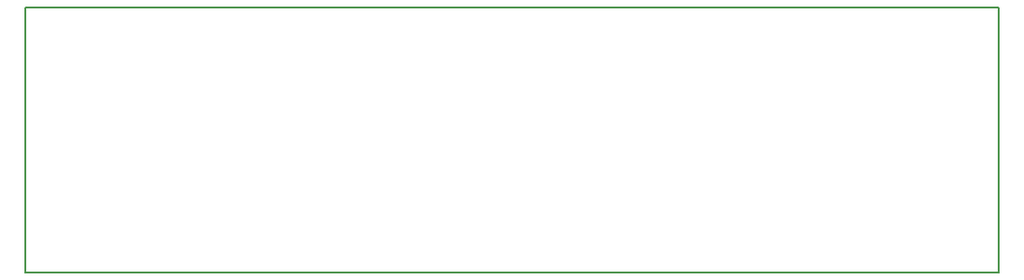
<source format=gbr>
G04 #@! TF.GenerationSoftware,KiCad,Pcbnew,5.1.5-52549c5~84~ubuntu18.04.1*
G04 #@! TF.CreationDate,2020-03-24T02:11:58-07:00*
G04 #@! TF.ProjectId,motor-control,6d6f746f-722d-4636-9f6e-74726f6c2e6b,rev?*
G04 #@! TF.SameCoordinates,Original*
G04 #@! TF.FileFunction,Profile,NP*
%FSLAX46Y46*%
G04 Gerber Fmt 4.6, Leading zero omitted, Abs format (unit mm)*
G04 Created by KiCad (PCBNEW 5.1.5-52549c5~84~ubuntu18.04.1) date 2020-03-24 02:11:58*
%MOMM*%
%LPD*%
G04 APERTURE LIST*
%ADD10C,0.150000*%
G04 APERTURE END LIST*
D10*
X100000000Y-50000000D02*
X188000000Y-50000000D01*
X100000000Y-51000000D02*
X100000000Y-50000000D01*
X100000000Y-74000000D02*
X100000000Y-51000000D01*
X188000000Y-74000000D02*
X100000000Y-74000000D01*
X188000000Y-50000000D02*
X188000000Y-74000000D01*
M02*

</source>
